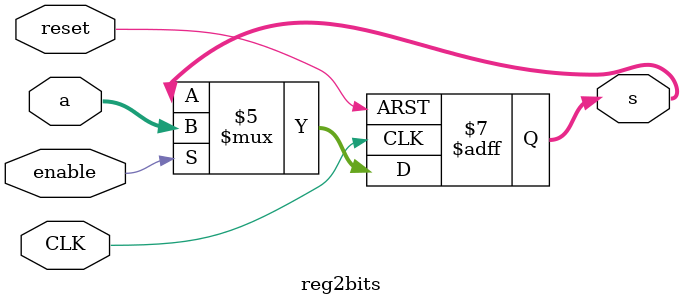
<source format=v>
module reg2bits(a, enable, reset, CLK, s);
parameter n = 2;

input [n-1:0] a; 
input enable, reset, CLK;
output reg [n-1:0] s;

always@(posedge CLK, posedge reset) begin
    
    if(reset == 1) s<=0;
    
    else begin
        if(enable == 1) s<=a;

        else 
            s<=s;
    end

end
endmodule
</source>
